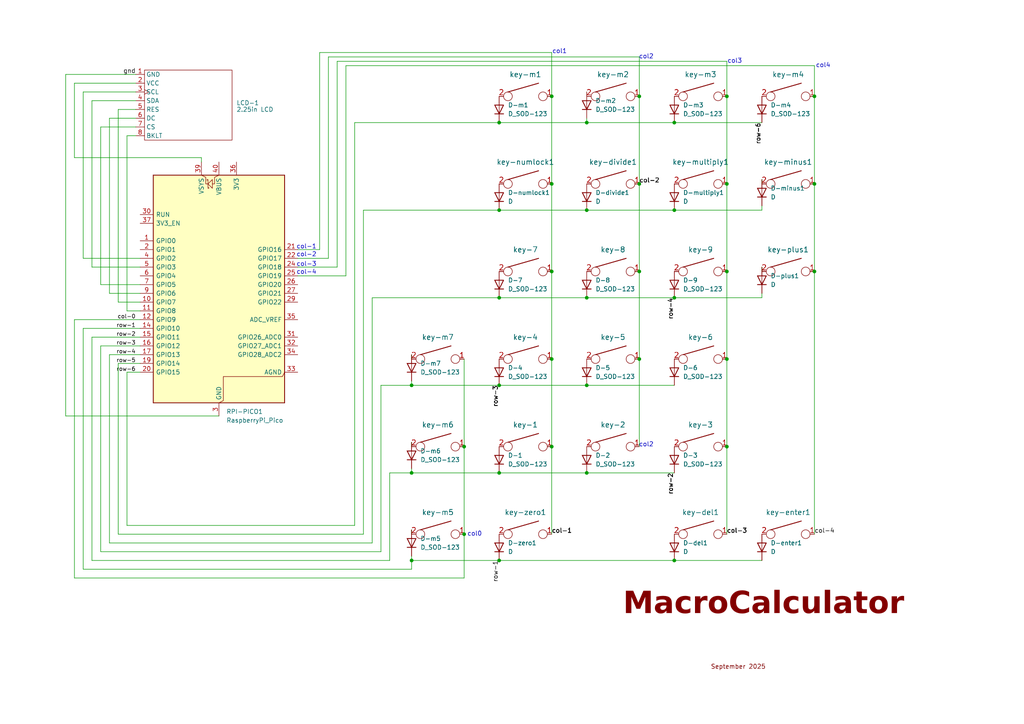
<source format=kicad_sch>
(kicad_sch (version 20250114) (generator "eeschema") (generator_version "9.0")
  (paper "A4")
  (lib_symbols
    (symbol "Device:D" (pin_numbers (hide yes)) (pin_names (offset 1.016) (hide yes))
      (property "Reference" "D" (at 0 2.54 0))
      (property "Value" "D" (at 0 -2.54 0))
      (symbol "D_0_1"
        (polyline (pts (xy -1.27 1.27) (xy -1.27 -1.27)) (stroke (width 0.254)))
        (polyline (pts (xy 1.27 1.27) (xy 1.27 -1.27) (xy -1.27 0) (xy 1.27 1.27)) (stroke (width 0.254)))
        (polyline (pts (xy 1.27 0) (xy -1.27 0)))
      )
      (symbol "D_1_1"
        (pin passive line (at -3.81 0 0) (length 2.54) (name "K") (number "1"))
        (pin passive line (at 3.81 0 180) (length 2.54) (name "A") (number "2"))
      )
    )
    (symbol "MCU_Module:RaspberryPi_Pico" (pin_names (offset 0.762))
      (property "Reference" "A" (at -19.05 35.56 0))
      (property "Value" "RaspberryPi_Pico" (at 7.62 35.56 0))
      (symbol "RaspberryPi_Pico_0_1"
        (rectangle (start -19.05 34.29) (end 19.05 -31.75) (stroke (width 0.254)) (fill (type background)))
        (polyline (pts (xy -5.08 34.29) (xy -3.81 33.655) (xy -3.81 31.75) (xy -3.175 31.75)))
        (polyline (pts (xy -3.429 32.766) (xy -3.429 33.02) (xy -3.175 33.02) (xy -3.175 30.48) (xy -2.921 30.48) (xy -2.921 30.734)))
        (polyline (pts (xy -3.175 31.75) (xy -1.905 33.02) (xy -1.905 30.48) (xy -3.175 31.75)))
        (polyline (pts (xy 0 34.29) (xy -1.27 33.655) (xy -1.27 31.75) (xy -1.905 31.75)))
        (polyline (pts (xy 0 -31.75) (xy 1.27 -31.115) (xy 1.27 -24.13) (xy 18.415 -24.13) (xy 19.05 -22.86)))
      )
      (symbol "RaspberryPi_Pico_1_1"
        (pin passive line (at -22.86 22.86 0) (length 3.81) (name "RUN") (number "30"))
        (pin passive line (at -22.86 20.32 0) (length 3.81) (name "3V3_EN") (number "37"))
        (pin bidirectional line (at -22.86 15.24 0) (length 3.81) (name "GPIO0") (number "1"))
        (pin bidirectional line (at -22.86 12.7 0) (length 3.81) (name "GPIO1") (number "2"))
        (pin bidirectional line (at -22.86 10.16 0) (length 3.81) (name "GPIO2") (number "4"))
        (pin bidirectional line (at -22.86 7.62 0) (length 3.81) (name "GPIO3") (number "5"))
        (pin bidirectional line (at -22.86 5.08 0) (length 3.81) (name "GPIO4") (number "6"))
        (pin bidirectional line (at -22.86 2.54 0) (length 3.81) (name "GPIO5") (number "7"))
        (pin bidirectional line (at -22.86 0 0) (length 3.81) (name "GPIO6") (number "9"))
        (pin bidirectional line (at -22.86 -2.54 0) (length 3.81) (name "GPIO7") (number "10"))
        (pin bidirectional line (at -22.86 -5.08 0) (length 3.81) (name "GPIO8") (number "11"))
        (pin bidirectional line (at -22.86 -7.62 0) (length 3.81) (name "GPIO9") (number "12"))
        (pin bidirectional line (at -22.86 -10.16 0) (length 3.81) (name "GPIO10") (number "14"))
        (pin bidirectional line (at -22.86 -12.7 0) (length 3.81) (name "GPIO11") (number "15"))
        (pin bidirectional line (at -22.86 -15.24 0) (length 3.81) (name "GPIO12") (number "16"))
        (pin bidirectional line (at -22.86 -17.78 0) (length 3.81) (name "GPIO13") (number "17"))
        (pin bidirectional line (at -22.86 -20.32 0) (length 3.81) (name "GPIO14") (number "19"))
        (pin bidirectional line (at -22.86 -22.86 0) (length 3.81) (name "GPIO15") (number "20"))
        (pin power_in line (at -5.08 38.1 270) (length 3.81) (name "VSYS") (number "39"))
        (pin power_out line (at 0 38.1 270) (length 3.81) (name "VBUS") (number "40"))
        (pin passive line (at 0 -35.56 90) (length 3.81) (hide yes) (name "GND") (number "13"))
        (pin passive line (at 0 -35.56 90) (length 3.81) (hide yes) (name "GND") (number "18"))
        (pin passive line (at 0 -35.56 90) (length 3.81) (hide yes) (name "GND") (number "23"))
        (pin passive line (at 0 -35.56 90) (length 3.81) (hide yes) (name "GND") (number "28"))
        (pin power_out line (at 0 -35.56 90) (length 3.81) (name "GND") (number "3"))
        (pin passive line (at 0 -35.56 90) (length 3.81) (hide yes) (name "GND") (number "38"))
        (pin passive line (at 0 -35.56 90) (length 3.81) (hide yes) (name "GND") (number "8"))
        (pin power_out line (at 5.08 38.1 270) (length 3.81) (name "3V3") (number "36"))
        (pin bidirectional line (at 22.86 12.7 180) (length 3.81) (name "GPIO16") (number "21"))
        (pin bidirectional line (at 22.86 10.16 180) (length 3.81) (name "GPIO17") (number "22"))
        (pin bidirectional line (at 22.86 7.62 180) (length 3.81) (name "GPIO18") (number "24"))
        (pin bidirectional line (at 22.86 5.08 180) (length 3.81) (name "GPIO19") (number "25"))
        (pin bidirectional line (at 22.86 2.54 180) (length 3.81) (name "GPIO20") (number "26"))
        (pin bidirectional line (at 22.86 0 180) (length 3.81) (name "GPIO21") (number "27"))
        (pin bidirectional line (at 22.86 -2.54 180) (length 3.81) (name "GPIO22") (number "29"))
        (pin power_in line (at 22.86 -7.62 180) (length 3.81) (name "ADC_VREF") (number "35"))
        (pin bidirectional line (at 22.86 -12.7 180) (length 3.81) (name "GPIO26_ADC0") (number "31"))
        (pin bidirectional line (at 22.86 -15.24 180) (length 3.81) (name "GPIO27_ADC1") (number "32"))
        (pin bidirectional line (at 22.86 -17.78 180) (length 3.81) (name "GPIO28_ADC2") (number "34"))
        (pin power_out line (at 22.86 -22.86 180) (length 3.81) (name "AGND") (number "33"))
      )
    )
    (symbol "keyboard_symbols:KEYSW" (pin_names (offset 1.016))
      (property "Reference" "K?" (at -1.27 0 0))
      (symbol "KEYSW_0_1"
        (polyline (pts (xy -5.08 1.27) (xy 3.81 3.81)) (stroke (width 0.254)))
        (circle (center -5.08 0) (radius 1.27))
        (circle (center 5.08 0) (radius 1.27))
      )
      (symbol "KEYSW_1_1"
        (pin passive line (at -7.62 0 0) (length 1.27) (name "~") (number "2"))
        (pin passive line (at 7.62 0 180) (length 1.27) (name "~") (number "1"))
      )
    )
    (symbol "mine:2.25in-LCD-module"
      (property "Reference" "LCD-1" (at 12.7 6.9851 0))
      (property "Value" "2.25in LCD" (at 12.7 5.08 0))
      (symbol "2.25in-LCD-module_0_1"
        (rectangle (start -13.97 16.51) (end 11.43 -3.81))
      )
      (symbol "2.25in-LCD-module_1_1"
        (pin power_in line (at -16.51 15.24 0) (length 2.54) (name "GND") (number "1"))
        (pin power_in line (at -16.51 12.7 0) (length 2.54) (name "VCC") (number "2"))
        (pin input clock (at -16.51 10.16 0) (length 2.54) (name "SCL") (number "3"))
        (pin input line (at -16.51 7.62 0) (length 2.54) (name "SDA") (number "4"))
        (pin input line (at -16.51 5.08 0) (length 2.54) (name "RES") (number "5"))
        (pin input line (at -16.51 2.54 0) (length 2.54) (name "DC") (number "6"))
        (pin input line (at -16.51 0 0) (length 2.54) (name "CS") (number "7"))
        (pin input line (at -16.51 -2.54 0) (length 2.54) (name "BKLT") (number "8"))
      )
    )
  )
  (text "September 2025" (at 214.122 193.548 0) (effects (font (size 1.27 1.27))))
  (text "col2" (at 187.452 16.51 0) (effects (font (size 1.27 1.27))))
  (text "col-4" (at 88.9 78.994 0) (effects (font (size 1.27 1.27))))
  (text "col-1\n" (at 88.9 71.628 0) (effects (font (size 1.27 1.27))))
  (text "col-2" (at 88.9 73.914 0) (effects (font (size 1.27 1.27))))
  (text "col0" (at 137.668 154.94 0) (effects (font (size 1.27 1.27))))
  (text "col4" (at 238.76 19.05 0) (effects (font (size 1.27 1.27))))
  (text "col3" (at 213.106 17.78 0) (effects (font (size 1.27 1.27))))
  (text "MacroCalculator" (at 221.488 177.038 0) (effects (font (size 6.35 6.35) (thickness 1.524) (bold yes))))
  (text "col2" (at 187.452 129.032 0) (effects (font (size 1.27 1.27))))
  (text "col1\n" (at 162.306 14.986 0) (effects (font (size 1.27 1.27))))
  (text "col-3" (at 88.9 76.708 0) (effects (font (size 1.27 1.27))))
  (junction (at 195.58 35.56))
  (junction (at 170.18 86.36))
  (junction (at 170.18 111.76))
  (junction (at 160.02 27.94))
  (junction (at 160.02 78.74))
  (junction (at 236.22 78.74))
  (junction (at 144.78 86.36))
  (junction (at 119.38 137.16))
  (junction (at 170.18 35.56))
  (junction (at 144.78 60.96))
  (junction (at 210.82 78.74))
  (junction (at 160.02 53.34))
  (junction (at 119.38 111.76))
  (junction (at 185.42 104.14))
  (junction (at 170.18 60.96))
  (junction (at 144.78 35.56))
  (junction (at 195.58 162.56))
  (junction (at 170.18 137.16))
  (junction (at 210.82 53.34))
  (junction (at 160.02 104.14))
  (junction (at 185.42 53.34))
  (junction (at 210.82 104.14))
  (junction (at 144.78 162.56))
  (junction (at 134.62 154.94))
  (junction (at 195.58 86.36))
  (junction (at 119.38 162.56))
  (junction (at 236.22 53.34))
  (junction (at 210.82 129.54))
  (junction (at 185.42 27.94))
  (junction (at 195.58 60.96))
  (junction (at 236.22 27.94))
  (junction (at 210.82 27.94))
  (junction (at 134.62 129.54))
  (junction (at 160.02 129.54))
  (junction (at 185.42 78.74))
  (junction (at 144.78 137.16))
  (junction (at 144.78 111.76))
  (wire (pts (xy 24.13 74.93) (xy 40.64 74.93)))
  (wire (pts (xy 210.82 78.74) (xy 210.82 104.14)))
  (wire (pts (xy 160.02 15.24) (xy 160.02 27.94)))
  (wire (pts (xy 36.83 152.4) (xy 102.87 152.4)))
  (wire (pts (xy 107.95 157.48) (xy 107.95 86.36)))
  (wire (pts (xy 40.64 105.41) (xy 34.29 105.41)))
  (wire (pts (xy 97.79 77.47) (xy 97.79 17.78)))
  (wire (pts (xy 220.98 52.07) (xy 220.98 53.34)))
  (wire (pts (xy 36.83 39.37) (xy 36.83 90.17)))
  (wire (pts (xy 31.75 85.09) (xy 40.64 85.09)))
  (wire (pts (xy 95.25 16.51) (xy 95.25 74.93)))
  (wire (pts (xy 185.42 78.74) (xy 185.42 104.14)))
  (wire (pts (xy 21.59 167.64) (xy 134.62 167.64)))
  (wire (pts (xy 26.67 162.56) (xy 26.67 97.79)))
  (wire (pts (xy 24.13 95.25) (xy 24.13 165.1)))
  (wire (pts (xy 63.5 120.65) (xy 19.05 120.65)))
  (wire (pts (xy 34.29 154.94) (xy 105.41 154.94)))
  (wire (pts (xy 39.37 24.13) (xy 21.59 24.13)))
  (wire (pts (xy 170.18 60.96) (xy 195.58 60.96)))
  (wire (pts (xy 195.58 60.96) (xy 220.98 60.96)))
  (wire (pts (xy 160.02 78.74) (xy 160.02 104.14)))
  (wire (pts (xy 119.38 137.16) (xy 119.38 135.89)))
  (wire (pts (xy 220.98 86.36) (xy 220.98 85.09)))
  (wire (pts (xy 31.75 157.48) (xy 107.95 157.48)))
  (wire (pts (xy 119.38 162.56) (xy 144.78 162.56)))
  (wire (pts (xy 134.62 154.94) (xy 134.62 167.64)))
  (wire (pts (xy 185.42 27.94) (xy 185.42 16.51)))
  (wire (pts (xy 113.03 137.16) (xy 119.38 137.16)))
  (wire (pts (xy 24.13 26.67) (xy 24.13 74.93)))
  (wire (pts (xy 86.36 77.47) (xy 97.79 77.47)))
  (wire (pts (xy 110.49 111.76) (xy 110.49 160.02)))
  (wire (pts (xy 220.98 77.47) (xy 220.98 78.74)))
  (wire (pts (xy 36.83 90.17) (xy 40.64 90.17)))
  (wire (pts (xy 21.59 92.71) (xy 40.64 92.71)))
  (wire (pts (xy 21.59 24.13) (xy 21.59 45.72)))
  (wire (pts (xy 134.62 104.14) (xy 134.62 129.54)))
  (wire (pts (xy 170.18 34.29) (xy 170.18 35.56)))
  (wire (pts (xy 21.59 45.72) (xy 58.42 45.72)))
  (wire (pts (xy 170.18 86.36) (xy 195.58 86.36)))
  (wire (pts (xy 100.33 19.05) (xy 236.22 19.05)))
  (wire (pts (xy 102.87 152.4) (xy 102.87 35.56)))
  (wire (pts (xy 170.18 137.16) (xy 195.58 137.16)))
  (wire (pts (xy 26.67 97.79) (xy 40.64 97.79)))
  (wire (pts (xy 107.95 86.36) (xy 144.78 86.36)))
  (wire (pts (xy 105.41 154.94) (xy 105.41 60.96)))
  (wire (pts (xy 119.38 111.76) (xy 144.78 111.76)))
  (wire (pts (xy 236.22 19.05) (xy 236.22 27.94)))
  (wire (pts (xy 185.42 53.34) (xy 185.42 78.74)))
  (wire (pts (xy 210.82 104.14) (xy 210.82 129.54)))
  (wire (pts (xy 40.64 107.95) (xy 36.83 107.95)))
  (wire (pts (xy 21.59 92.71) (xy 21.59 167.64)))
  (wire (pts (xy 24.13 95.25) (xy 40.64 95.25)))
  (wire (pts (xy 119.38 111.76) (xy 119.38 110.49)))
  (wire (pts (xy 105.41 60.96) (xy 144.78 60.96)))
  (wire (pts (xy 86.36 80.01) (xy 100.33 80.01)))
  (wire (pts (xy 185.42 104.14) (xy 185.42 129.54)))
  (wire (pts (xy 36.83 107.95) (xy 36.83 152.4)))
  (wire (pts (xy 26.67 162.56) (xy 113.03 162.56)))
  (wire (pts (xy 195.58 35.56) (xy 170.18 35.56)))
  (wire (pts (xy 119.38 128.27) (xy 119.38 129.54)))
  (wire (pts (xy 40.64 82.55) (xy 29.21 82.55)))
  (wire (pts (xy 144.78 137.16) (xy 170.18 137.16)))
  (wire (pts (xy 220.98 35.56) (xy 195.58 35.56)))
  (wire (pts (xy 210.82 53.34) (xy 210.82 78.74)))
  (wire (pts (xy 102.87 35.56) (xy 144.78 35.56)))
  (wire (pts (xy 92.71 72.39) (xy 92.71 15.24)))
  (wire (pts (xy 110.49 111.76) (xy 119.38 111.76)))
  (wire (pts (xy 119.38 137.16) (xy 144.78 137.16)))
  (wire (pts (xy 92.71 15.24) (xy 160.02 15.24)))
  (wire (pts (xy 144.78 111.76) (xy 170.18 111.76)))
  (wire (pts (xy 160.02 104.14) (xy 160.02 129.54)))
  (wire (pts (xy 34.29 87.63) (xy 40.64 87.63)))
  (wire (pts (xy 144.78 60.96) (xy 170.18 60.96)))
  (wire (pts (xy 119.38 153.67) (xy 119.38 154.94)))
  (wire (pts (xy 34.29 31.75) (xy 34.29 87.63)))
  (wire (pts (xy 26.67 77.47) (xy 26.67 29.21)))
  (wire (pts (xy 110.49 160.02) (xy 29.21 160.02)))
  (wire (pts (xy 26.67 29.21) (xy 39.37 29.21)))
  (wire (pts (xy 40.64 100.33) (xy 29.21 100.33)))
  (wire (pts (xy 236.22 78.74) (xy 236.22 154.94)))
  (wire (pts (xy 29.21 100.33) (xy 29.21 160.02)))
  (wire (pts (xy 31.75 34.29) (xy 39.37 34.29)))
  (wire (pts (xy 160.02 27.94) (xy 160.02 53.34)))
  (wire (pts (xy 40.64 102.87) (xy 31.75 102.87)))
  (wire (pts (xy 195.58 162.56) (xy 220.98 162.56)))
  (wire (pts (xy 31.75 102.87) (xy 31.75 157.48)))
  (wire (pts (xy 144.78 86.36) (xy 170.18 86.36)))
  (wire (pts (xy 86.36 72.39) (xy 92.71 72.39)))
  (wire (pts (xy 210.82 17.78) (xy 210.82 27.94)))
  (wire (pts (xy 119.38 165.1) (xy 119.38 162.56)))
  (wire (pts (xy 39.37 31.75) (xy 34.29 31.75)))
  (wire (pts (xy 210.82 27.94) (xy 210.82 53.34)))
  (wire (pts (xy 31.75 34.29) (xy 31.75 85.09)))
  (wire (pts (xy 119.38 102.87) (xy 119.38 104.14)))
  (wire (pts (xy 19.05 21.59) (xy 39.37 21.59)))
  (wire (pts (xy 29.21 82.55) (xy 29.21 36.83)))
  (wire (pts (xy 100.33 80.01) (xy 100.33 19.05)))
  (wire (pts (xy 24.13 165.1) (xy 119.38 165.1)))
  (wire (pts (xy 170.18 26.67) (xy 170.18 27.94)))
  (wire (pts (xy 97.79 17.78) (xy 210.82 17.78)))
  (wire (pts (xy 19.05 120.65) (xy 19.05 21.59)))
  (wire (pts (xy 24.13 26.67) (xy 39.37 26.67)))
  (wire (pts (xy 236.22 27.94) (xy 236.22 53.34)))
  (wire (pts (xy 119.38 162.56) (xy 119.38 161.29)))
  (wire (pts (xy 58.42 45.72) (xy 58.42 46.99)))
  (wire (pts (xy 236.22 53.34) (xy 236.22 78.74)))
  (wire (pts (xy 40.64 77.47) (xy 26.67 77.47)))
  (wire (pts (xy 195.58 86.36) (xy 220.98 86.36)))
  (wire (pts (xy 160.02 53.34) (xy 160.02 78.74)))
  (wire (pts (xy 220.98 60.96) (xy 220.98 59.69)))
  (wire (pts (xy 144.78 162.56) (xy 195.58 162.56)))
  (wire (pts (xy 95.25 74.93) (xy 86.36 74.93)))
  (wire (pts (xy 185.42 27.94) (xy 185.42 53.34)))
  (wire (pts (xy 144.78 35.56) (xy 170.18 35.56)))
  (wire (pts (xy 185.42 16.51) (xy 95.25 16.51)))
  (wire (pts (xy 160.02 129.54) (xy 160.02 154.94)))
  (wire (pts (xy 113.03 162.56) (xy 113.03 137.16)))
  (wire (pts (xy 134.62 129.54) (xy 134.62 154.94)))
  (wire (pts (xy 34.29 105.41) (xy 34.29 154.94)))
  (wire (pts (xy 210.82 129.54) (xy 210.82 154.94)))
  (wire (pts (xy 39.37 39.37) (xy 36.83 39.37)))
  (wire (pts (xy 170.18 111.76) (xy 195.58 111.76)))
  (wire (pts (xy 29.21 36.83) (xy 39.37 36.83)))
  (label "col-1" (at 160.02 154.94 0))
  (label "row-3" (at 144.78 111.76 270))
  (label "row-6" (at 39.37 107.95 180) (effects (font (size 1.143 1.143))))
  (label "col-3" (at 210.82 154.94 0))
  (label "row-2" (at 39.37 97.79 180) (effects (font (size 1.143 1.143))))
  (label "row-2" (at 195.58 137.16 270))
  (label "row-4" (at 195.58 86.36 270))
  (label "col-1" (at 160.02 154.94 0))
  (label "row-6" (at 220.98 35.56 270))
  (label "row-5" (at 39.37 105.41 180) (effects (font (size 1.143 1.143))))
  (label "row-4" (at 39.37 102.87 180) (effects (font (size 1.143 1.143))))
  (label "col-2" (at 185.42 53.34 0))
  (label "row-4" (at 195.58 86.36 270))
  (label "col-2" (at 185.42 53.34 0))
  (label "row-3" (at 144.78 111.76 270))
  (label "row-1" (at 39.37 95.25 180) (effects (font (size 1.143 1.143))))
  (label "col-1" (at 160.02 154.94 0))
  (label "row-6" (at 220.98 35.56 270))
  (label "col-3" (at 210.82 154.94 0))
  (label "col-3" (at 210.82 154.94 0))
  (label "row-2" (at 195.58 137.16 270))
  (label "row-4" (at 195.58 86.36 270))
  (label "row-2" (at 195.58 137.16 270))
  (label "row-6" (at 220.98 35.56 270))
  (label "col-2" (at 185.42 53.34 0))
  (label "col-1" (at 160.02 154.94 0))
  (label "row-2" (at 195.58 137.16 270))
  (label "col-3" (at 210.82 154.94 0))
  (label "col-4" (at 236.22 154.94 0))
  (label "row-1" (at 144.78 162.56 270))
  (label "row-6" (at 220.98 35.56 270))
  (label "col-0" (at 39.37 92.71 180) (effects (font (size 1.143 1.143))))
  (label "row-3" (at 39.37 100.33 180) (effects (font (size 1.143 1.143))))
  (label "row-3" (at 144.78 111.76 270))
  (label "gnd" (at 39.37 21.59 180))
  (label "row-3" (at 144.78 111.76 270))
  (symbol (lib_id "Device:D") (at 220.98 55.88 90) (unit 1)
    (property "Reference" "D-minus1" (at 223.52 54.6099 90) (effects (justify right)))
    (property "Value" "D" (at 223.52 57.1499 90) (effects (justify right)))
    (property "Description" "Diode" (effects (hide yes)))
    (property "Sim.Device" "D" (effects (hide yes)))
    (property "Sim.Pins" "1=K 2=A" (effects (hide yes)))
  )
  (symbol (lib_id "Device:D") (at 144.78 158.75 90) (unit 1)
    (property "Reference" "D-zero1" (at 147.32 157.4799 90) (effects (justify right)))
    (property "Value" "D" (at 147.32 160.0199 90) (effects (justify right)))
    (property "Description" "Diode" (effects (hide yes)))
    (property "Sim.Device" "D" (effects (hide yes)))
    (property "Sim.Pins" "1=K 2=A" (effects (hide yes)))
  )
  (symbol (lib_id "Device:D") (at 220.98 81.28 90) (unit 1)
    (property "Reference" "D-plus1" (at 223.52 80.0099 90) (effects (justify right)))
    (property "Value" "D" (at 223.52 82.5499 90) (effects (justify right)))
    (property "Description" "Diode" (effects (hide yes)))
    (property "Sim.Device" "D" (effects (hide yes)))
    (property "Sim.Pins" "1=K 2=A" (effects (hide yes)))
  )
  (symbol (lib_id "keyboard_symbols:KEYSW") (at 127 129.54 0) (unit 1)
    (property "Reference" "key-m6" (at 127 123.19 0) (effects (font (size 1.524 1.524))))
    (property "Value" "SW_Cherry_MX_1.00u_PCB_HOTSWAP" (effects (hide yes)))
    (property "Footprint" "my footprints:SW_Cherry_MX_1.00u_PCB_HOTSWAP" (effects (hide yes)))
  )
  (symbol (lib_id "Device:D") (at 170.18 107.95 90) (unit 1)
    (property "Reference" "D-5" (at 172.72 106.6799 90) (effects (justify right)))
    (property "Value" "D_SOD-123" (at 172.72 109.2199 90) (effects (justify right)))
    (property "Footprint" "Diode_SMD:D_SOD-123" (effects (hide yes)))
  )
  (symbol (lib_id "keyboard_symbols:KEYSW") (at 152.4 27.94 0) (unit 1)
    (property "Reference" "key-m1" (at 152.4 21.59 0) (effects (font (size 1.524 1.524))))
    (property "Value" "SW_Cherry_MX_1.00u_PCB_HOTSWAP" (effects (hide yes)))
    (property "Footprint" "my footprints:SW_Cherry_MX_1.00u_PCB_HOTSWAP" (effects (hide yes)))
  )
  (symbol (lib_id "Device:D") (at 119.38 132.08 90) (unit 1)
    (property "Reference" "D-m6" (at 121.92 130.8099 90) (effects (justify right)))
    (property "Value" "D_SOD-123" (at 121.92 133.3499 90) (effects (justify right)))
    (property "Footprint" "Diode_SMD:D_SOD-123" (effects (hide yes)))
  )
  (symbol (lib_id "mine:2.25in-LCD-module") (at 55.88 36.83 0) (unit 1)
    (property "Reference" "LCD-1" (at 68.58 29.8449 0) (effects (justify left)))
    (property "Value" "2.25in LCD" (at 68.58 31.75 0) (effects (justify left)))
    (property "Footprint" "my footprints:2.25in LCD DISPLAY 284x76" (effects (hide yes)))
    (property "Description" "284x76 RGB ST7789 Quad SPI" (effects (hide yes)))
  )
  (symbol (lib_id "keyboard_symbols:KEYSW") (at 127 104.14 0) (unit 1)
    (property "Reference" "key-m7" (at 127 97.79 0) (effects (font (size 1.524 1.524))))
    (property "Value" "SW_Cherry_MX_1.00u_PCB_HOTSWAP" (effects (hide yes)))
    (property "Footprint" "my footprints:SW_Cherry_MX_1.00u_PCB_HOTSWAP" (effects (hide yes)))
  )
  (symbol (lib_id "keyboard_symbols:KEYSW") (at 203.2 154.94 0) (unit 1)
    (property "Reference" "key-del1" (at 203.2 148.59 0) (effects (font (size 1.524 1.524))))
    (property "Value" "KEYSW" (effects (hide yes)))
  )
  (symbol (lib_id "keyboard_symbols:KEYSW") (at 203.2 129.54 0) (unit 1)
    (property "Reference" "key-3" (at 203.2 123.19 0) (effects (font (size 1.524 1.524))))
    (property "Value" "SW_Cherry_MX_1.00u_PCB_HOTSWAP" (effects (hide yes)))
    (property "Footprint" "my footprints:SW_Cherry_MX_1.00u_PCB_HOTSWAP" (effects (hide yes)))
  )
  (symbol (lib_id "keyboard_symbols:KEYSW") (at 177.8 129.54 0) (unit 1)
    (property "Reference" "key-2" (at 177.8 123.19 0) (effects (font (size 1.524 1.524))))
    (property "Value" "SW_Cherry_MX_1.00u_PCB_HOTSWAP" (effects (hide yes)))
    (property "Footprint" "my footprints:SW_Cherry_MX_1.00u_PCB_HOTSWAP" (effects (hide yes)))
  )
  (symbol (lib_id "keyboard_symbols:KEYSW") (at 228.6 78.74 0) (unit 1)
    (property "Reference" "key-plus1" (at 228.6 72.39 0) (effects (font (size 1.524 1.524))))
    (property "Value" "KEYSW" (effects (hide yes)))
  )
  (symbol (lib_id "Device:D") (at 195.58 107.95 90) (unit 1)
    (property "Reference" "D-6" (at 198.12 106.6799 90) (effects (justify right)))
    (property "Value" "D_SOD-123" (at 198.12 109.2199 90) (effects (justify right)))
    (property "Footprint" "Diode_SMD:D_SOD-123" (effects (hide yes)))
  )
  (symbol (lib_id "Device:D") (at 144.78 57.15 90) (unit 1)
    (property "Reference" "D-numlock1" (at 147.32 55.8799 90) (effects (justify right)))
    (property "Value" "D" (at 147.32 58.4199 90) (effects (justify right)))
    (property "Description" "Diode" (effects (hide yes)))
    (property "Sim.Device" "D" (effects (hide yes)))
    (property "Sim.Pins" "1=K 2=A" (effects (hide yes)))
  )
  (symbol (lib_id "Device:D") (at 220.98 158.75 90) (unit 1)
    (property "Reference" "D-enter1" (at 223.52 157.4799 90) (effects (justify right)))
    (property "Value" "D" (at 223.52 160.0199 90) (effects (justify right)))
    (property "Description" "Diode" (effects (hide yes)))
    (property "Sim.Device" "D" (effects (hide yes)))
    (property "Sim.Pins" "1=K 2=A" (effects (hide yes)))
  )
  (symbol (lib_id "keyboard_symbols:KEYSW") (at 152.4 154.94 0) (unit 1)
    (property "Reference" "key-zero1" (at 152.4 148.59 0) (effects (font (size 1.524 1.524))))
    (property "Value" "KEYSW" (effects (hide yes)))
  )
  (symbol (lib_id "Device:D") (at 144.78 82.55 90) (unit 1)
    (property "Reference" "D-7" (at 147.32 81.2799 90) (effects (justify right)))
    (property "Value" "D_SOD-123" (at 147.32 83.8199 90) (effects (justify right)))
    (property "Footprint" "Diode_SMD:D_SOD-123" (effects (hide yes)))
  )
  (symbol (lib_id "keyboard_symbols:KEYSW") (at 177.8 104.14 0) (unit 1)
    (property "Reference" "key-5" (at 177.8 97.79 0) (effects (font (size 1.524 1.524))))
    (property "Value" "SW_Cherry_MX_1.00u_PCB_HOTSWAP" (effects (hide yes)))
    (property "Footprint" "my footprints:SW_Cherry_MX_1.00u_PCB_HOTSWAP" (effects (hide yes)))
  )
  (symbol (lib_id "keyboard_symbols:KEYSW") (at 152.4 78.74 0) (unit 1)
    (property "Reference" "key-7" (at 152.4 72.39 0) (effects (font (size 1.524 1.524))))
    (property "Value" "SW_Cherry_MX_1.00u_PCB_HOTSWAP" (effects (hide yes)))
    (property "Footprint" "my footprints:SW_Cherry_MX_1.00u_PCB_HOTSWAP" (effects (hide yes)))
  )
  (symbol (lib_id "keyboard_symbols:KEYSW") (at 152.4 129.54 0) (unit 1)
    (property "Reference" "key-1" (at 152.4 123.19 0) (effects (font (size 1.524 1.524))))
    (property "Value" "SW_Cherry_MX_1.00u_PCB_HOTSWAP" (effects (hide yes)))
    (property "Footprint" "my footprints:SW_Cherry_MX_1.00u_PCB_HOTSWAP" (effects (hide yes)))
  )
  (symbol (lib_id "Device:D") (at 170.18 133.35 90) (unit 1)
    (property "Reference" "D-2" (at 172.72 132.0799 90) (effects (justify right)))
    (property "Value" "D_SOD-123" (at 172.72 134.6199 90) (effects (justify right)))
    (property "Footprint" "Diode_SMD:D_SOD-123" (effects (hide yes)))
  )
  (symbol (lib_id "Device:D") (at 170.18 82.55 90) (unit 1)
    (property "Reference" "D-8" (at 172.72 81.2799 90) (effects (justify right)))
    (property "Value" "D_SOD-123" (at 172.72 83.8199 90) (effects (justify right)))
    (property "Footprint" "Diode_SMD:D_SOD-123" (effects (hide yes)))
  )
  (symbol (lib_id "keyboard_symbols:KEYSW") (at 127 154.94 0) (unit 1)
    (property "Reference" "key-m5" (at 127 148.59 0) (effects (font (size 1.524 1.524))))
    (property "Value" "SW_Cherry_MX_1.00u_PCB_HOTSWAP" (effects (hide yes)))
    (property "Footprint" "my footprints:SW_Cherry_MX_1.00u_PCB_HOTSWAP" (effects (hide yes)))
  )
  (symbol (lib_id "keyboard_symbols:KEYSW") (at 177.8 27.94 0) (unit 1)
    (property "Reference" "key-m2" (at 177.8 21.59 0) (effects (font (size 1.524 1.524))))
    (property "Value" "SW_Cherry_MX_1.00u_PCB_HOTSWAP" (effects (hide yes)))
    (property "Footprint" "my footprints:SW_Cherry_MX_1.00u_PCB_HOTSWAP" (effects (hide yes)))
  )
  (symbol (lib_id "keyboard_symbols:KEYSW") (at 228.6 27.94 0) (unit 1)
    (property "Reference" "key-m4" (at 228.6 21.59 0) (effects (font (size 1.524 1.524))))
    (property "Value" "SW_Cherry_MX_1.00u_PCB_HOTSWAP" (effects (hide yes)))
    (property "Footprint" "my footprints:SW_Cherry_MX_1.00u_PCB_HOTSWAP" (effects (hide yes)))
  )
  (symbol (lib_id "Device:D") (at 195.58 31.75 90) (unit 1)
    (property "Reference" "D-m3" (at 198.12 30.4799 90) (effects (justify right)))
    (property "Value" "D_SOD-123" (at 198.12 33.0199 90) (effects (justify right)))
    (property "Footprint" "Diode_SMD:D_SOD-123" (effects (hide yes)))
  )
  (symbol (lib_id "keyboard_symbols:KEYSW") (at 152.4 53.34 0) (unit 1)
    (property "Reference" "key-numlock1" (at 152.4 46.99 0) (effects (font (size 1.524 1.524))))
    (property "Value" "KEYSW" (effects (hide yes)))
  )
  (symbol (lib_id "keyboard_symbols:KEYSW") (at 228.6 53.34 0) (unit 1)
    (property "Reference" "key-minus1" (at 228.6 46.99 0) (effects (font (size 1.524 1.524))))
    (property "Value" "KEYSW" (effects (hide yes)))
  )
  (symbol (lib_id "Device:D") (at 170.18 30.48 90) (unit 1)
    (property "Reference" "D-m2" (at 172.72 29.2099 90) (effects (justify right)))
    (property "Value" "D_SOD-123" (at 172.72 31.7499 90) (effects (justify right)))
    (property "Footprint" "Diode_SMD:D_SOD-123" (effects (hide yes)))
  )
  (symbol (lib_id "Device:D") (at 144.78 133.35 90) (unit 1)
    (property "Reference" "D-1" (at 147.32 132.0799 90) (effects (justify right)))
    (property "Value" "D_SOD-123" (at 147.32 134.6199 90) (effects (justify right)))
    (property "Footprint" "Diode_SMD:D_SOD-123" (effects (hide yes)))
  )
  (symbol (lib_id "keyboard_symbols:KEYSW") (at 152.4 104.14 0) (unit 1)
    (property "Reference" "key-4" (at 152.4 97.79 0) (effects (font (size 1.524 1.524))))
    (property "Value" "SW_Cherry_MX_1.00u_PCB_HOTSWAP" (effects (hide yes)))
    (property "Footprint" "my footprints:SW_Cherry_MX_1.00u_PCB_HOTSWAP" (effects (hide yes)))
  )
  (symbol (lib_id "Device:D") (at 119.38 157.48 90) (unit 1)
    (property "Reference" "D-m5" (at 121.92 156.2099 90) (effects (justify right)))
    (property "Value" "D_SOD-123" (at 121.92 158.7499 90) (effects (justify right)))
    (property "Footprint" "Diode_SMD:D_SOD-123" (effects (hide yes)))
  )
  (symbol (lib_id "keyboard_symbols:KEYSW") (at 177.8 78.74 0) (unit 1)
    (property "Reference" "key-8" (at 177.8 72.39 0) (effects (font (size 1.524 1.524))))
    (property "Value" "SW_Cherry_MX_1.00u_PCB_HOTSWAP" (effects (hide yes)))
    (property "Footprint" "my footprints:SW_Cherry_MX_1.00u_PCB_HOTSWAP" (effects (hide yes)))
  )
  (symbol (lib_id "Device:D") (at 195.58 158.75 90) (unit 1)
    (property "Reference" "D-del1" (at 198.12 157.4799 90) (effects (justify right)))
    (property "Value" "D" (at 198.12 160.0199 90) (effects (justify right)))
    (property "Description" "Diode" (effects (hide yes)))
    (property "Sim.Device" "D" (effects (hide yes)))
    (property "Sim.Pins" "1=K 2=A" (effects (hide yes)))
  )
  (symbol (lib_id "Device:D") (at 170.18 57.15 90) (unit 1)
    (property "Reference" "D-divide1" (at 172.72 55.8799 90) (effects (justify right)))
    (property "Value" "D" (at 172.72 58.4199 90) (effects (justify right)))
    (property "Description" "Diode" (effects (hide yes)))
    (property "Sim.Device" "D" (effects (hide yes)))
    (property "Sim.Pins" "1=K 2=A" (effects (hide yes)))
  )
  (symbol (lib_id "keyboard_symbols:KEYSW") (at 203.2 53.34 0) (unit 1)
    (property "Reference" "key-multiply1" (at 203.2 46.99 0) (effects (font (size 1.524 1.524))))
    (property "Value" "KEYSW" (effects (hide yes)))
  )
  (symbol (lib_id "keyboard_symbols:KEYSW") (at 203.2 27.94 0) (unit 1)
    (property "Reference" "key-m3" (at 203.2 21.59 0) (effects (font (size 1.524 1.524))))
    (property "Value" "SW_Cherry_MX_1.00u_PCB_HOTSWAP" (effects (hide yes)))
    (property "Footprint" "my footprints:SW_Cherry_MX_1.00u_PCB_HOTSWAP" (effects (hide yes)))
  )
  (symbol (lib_id "MCU_Module:RaspberryPi_Pico") (at 63.5 85.09 0) (unit 1)
    (property "Reference" "RPI-PICO1" (at 65.6433 119.38 0) (effects (justify left)))
    (property "Value" "RaspberryPi_Pico" (at 65.6433 121.92 0) (effects (justify left)))
    (property "Footprint" "Module:RaspberryPi_Pico_Common_Unspecified" (effects (hide yes)))
    (property "Datasheet" "https://datasheets.raspberrypi.com/pico/pico-datasheet.pdf" (effects (hide yes)))
    (property "Description" "Versatile and inexpensive microcontroller module powered by RP2040 dual-core Arm Cortex-M0+ processor up to 133 MHz, 264kB SRAM, 2MB QSPI flash; also supports Raspberry Pi Pico 2" (effects (hide yes)))
  )
  (symbol (lib_id "keyboard_symbols:KEYSW") (at 177.8 53.34 0) (unit 1)
    (property "Reference" "key-divide1" (at 177.8 46.99 0) (effects (font (size 1.524 1.524))))
    (property "Value" "KEYSW" (effects (hide yes)))
  )
  (symbol (lib_id "keyboard_symbols:KEYSW") (at 228.6 154.94 0) (unit 1)
    (property "Reference" "key-enter1" (at 228.6 148.59 0) (effects (font (size 1.524 1.524))))
    (property "Value" "KEYSW" (effects (hide yes)))
  )
  (symbol (lib_id "Device:D") (at 144.78 107.95 90) (unit 1)
    (property "Reference" "D-4" (at 147.32 106.6799 90) (effects (justify right)))
    (property "Value" "D_SOD-123" (at 147.32 109.2199 90) (effects (justify right)))
    (property "Footprint" "Diode_SMD:D_SOD-123" (effects (hide yes)))
  )
  (symbol (lib_id "Device:D") (at 195.58 82.55 90) (unit 1)
    (property "Reference" "D-9" (at 198.12 81.2799 90) (effects (justify right)))
    (property "Value" "D_SOD-123" (at 198.12 83.8199 90) (effects (justify right)))
    (property "Footprint" "Diode_SMD:D_SOD-123" (effects (hide yes)))
  )
  (symbol (lib_id "Device:D") (at 119.38 106.68 90) (unit 1)
    (property "Reference" "D-m7" (at 121.92 105.4099 90) (effects (justify right)))
    (property "Value" "D_SOD-123" (at 121.92 107.9499 90) (effects (justify right)))
    (property "Footprint" "Diode_SMD:D_SOD-123" (effects (hide yes)))
  )
  (symbol (lib_id "keyboard_symbols:KEYSW") (at 203.2 78.74 0) (unit 1)
    (property "Reference" "key-9" (at 203.2 72.39 0) (effects (font (size 1.524 1.524))))
    (property "Value" "SW_Cherry_MX_1.00u_PCB_HOTSWAP" (effects (hide yes)))
    (property "Footprint" "my footprints:SW_Cherry_MX_1.00u_PCB_HOTSWAP" (effects (hide yes)))
  )
  (symbol (lib_id "Device:D") (at 220.98 31.75 90) (unit 1)
    (property "Reference" "D-m4" (at 223.52 30.4799 90) (effects (justify right)))
    (property "Value" "D_SOD-123" (at 223.52 33.0199 90) (effects (justify right)))
    (property "Footprint" "Diode_SMD:D_SOD-123" (effects (hide yes)))
  )
  (symbol (lib_id "keyboard_symbols:KEYSW") (at 203.2 104.14 0) (unit 1)
    (property "Reference" "key-6" (at 203.2 97.79 0) (effects (font (size 1.524 1.524))))
    (property "Value" "SW_Cherry_MX_1.00u_PCB_HOTSWAP" (effects (hide yes)))
    (property "Footprint" "my footprints:SW_Cherry_MX_1.00u_PCB_HOTSWAP" (effects (hide yes)))
  )
  (symbol (lib_id "Device:D") (at 144.78 31.75 90) (unit 1)
    (property "Reference" "D-m1" (at 147.32 30.4799 90) (effects (justify right)))
    (property "Value" "D_SOD-123" (at 147.32 33.0199 90) (effects (justify right)))
    (property "Footprint" "Diode_SMD:D_SOD-123" (effects (hide yes)))
  )
  (symbol (lib_id "Device:D") (at 195.58 57.15 90) (unit 1)
    (property "Reference" "D-multiply1" (at 198.12 55.8799 90) (effects (justify right)))
    (property "Value" "D" (at 198.12 58.4199 90) (effects (justify right)))
    (property "Description" "Diode" (effects (hide yes)))
    (property "Sim.Device" "D" (effects (hide yes)))
    (property "Sim.Pins" "1=K 2=A" (effects (hide yes)))
  )
  (symbol (lib_id "Device:D") (at 195.58 133.35 90) (unit 1)
    (property "Reference" "D-3" (at 198.12 132.0799 90) (effects (justify right)))
    (property "Value" "D_SOD-123" (at 198.12 134.6199 90) (effects (justify right)))
    (property "Footprint" "Diode_SMD:D_SOD-123" (effects (hide yes)))
  )
)
</source>
